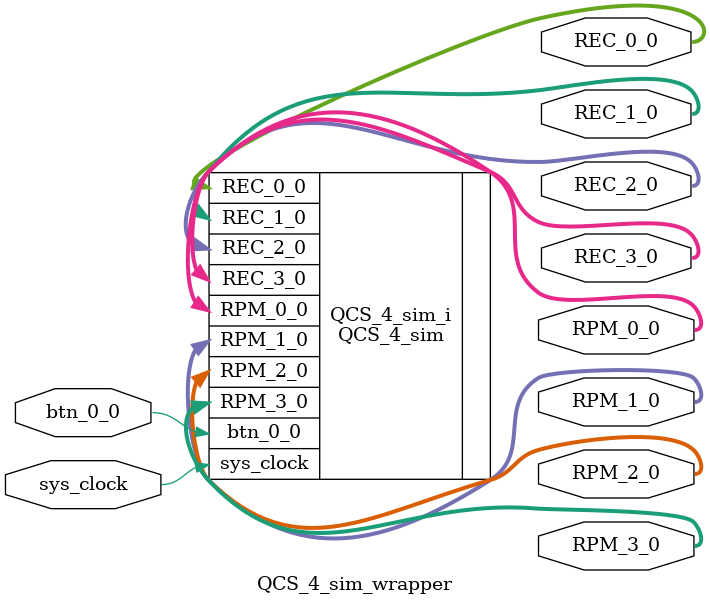
<source format=v>
`timescale 1 ps / 1 ps

module QCS_4_sim_wrapper
   (REC_0_0,
    REC_1_0,
    REC_2_0,
    REC_3_0,
    RPM_0_0,
    RPM_1_0,
    RPM_2_0,
    RPM_3_0,
    btn_0_0,
    sys_clock);
  output [31:0]REC_0_0;
  output [31:0]REC_1_0;
  output [31:0]REC_2_0;
  output [31:0]REC_3_0;
  output [31:0]RPM_0_0;
  output [31:0]RPM_1_0;
  output [31:0]RPM_2_0;
  output [31:0]RPM_3_0;
  input btn_0_0;
  input sys_clock;

  wire [31:0]REC_0_0;
  wire [31:0]REC_1_0;
  wire [31:0]REC_2_0;
  wire [31:0]REC_3_0;
  wire [31:0]RPM_0_0;
  wire [31:0]RPM_1_0;
  wire [31:0]RPM_2_0;
  wire [31:0]RPM_3_0;
  wire btn_0_0;
  wire sys_clock;

  QCS_4_sim QCS_4_sim_i
       (.REC_0_0(REC_0_0),
        .REC_1_0(REC_1_0),
        .REC_2_0(REC_2_0),
        .REC_3_0(REC_3_0),
        .RPM_0_0(RPM_0_0),
        .RPM_1_0(RPM_1_0),
        .RPM_2_0(RPM_2_0),
        .RPM_3_0(RPM_3_0),
        .btn_0_0(btn_0_0),
        .sys_clock(sys_clock));
endmodule

</source>
